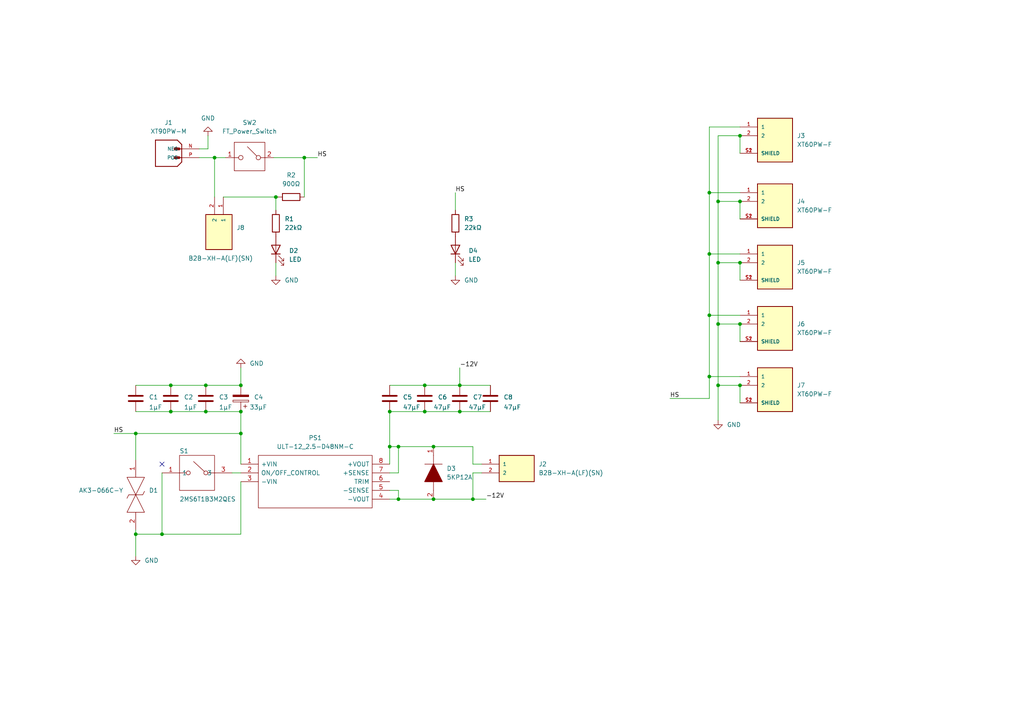
<source format=kicad_sch>
(kicad_sch (version 20211123) (generator eeschema)
  (paper "A4")
  (lib_symbols
    (symbol "AK3-066C-Y:AK3-066C-Y" (pin_names (offset 0.762))
      (property "Reference" "D" (at 12.7 8.89 0))
      (property "Value" "AK3-066C-Y" (at 12.7 6.35 0))
      (symbol "AK3-066C-Y_0_0"
        (pin passive line (at 0 0 0) (length 5.08) (name "~") (number "1"))
        (pin passive line (at 20.32 0 180) (length 5.08) (name "~") (number "2"))
      )
      (symbol "AK3-066C-Y_0_1"
        (polyline (pts (xy 9.144 2.54) (xy 10.16 2.032)) (stroke (width 0.1524)))
        (polyline (pts (xy 10.16 -2.032) (xy 10.16 2.032)) (stroke (width 0.1524)))
        (polyline (pts (xy 10.16 -2.032) (xy 11.176 -2.54)) (stroke (width 0.1524)))
        (polyline (pts (xy 10.16 0) (xy 5.08 -2.54) (xy 5.08 2.54) (xy 10.16 0)) (stroke (width 0.1524)))
        (polyline (pts (xy 10.16 0) (xy 15.24 -2.54) (xy 15.24 2.54) (xy 10.16 0)) (stroke (width 0.1524)))
      )
    )
    (symbol "B2B-XH-A_LF__SN_:B2B-XH-A(LF)(SN)" (pin_names (offset 1.016))
      (property "Reference" "J" (at -5.08 3.048 0))
      (property "Value" "B2B-XH-A(LF)(SN)" (at -5.08 -7.62 0))
      (symbol "B2B-XH-A(LF)(SN)_0_0"
        (rectangle (start -5.08 -5.08) (end 5.08 2.54) (stroke (width 0.254)) (fill (type background)))
        (pin passive line (at -10.16 0 0) (length 5.08) (name "1") (number "1"))
        (pin passive line (at -10.16 -2.54 0) (length 5.08) (name "2") (number "2"))
      )
    )
    (symbol "Device:C" (pin_numbers hide) (pin_names (offset 0.254))
      (property "Reference" "C" (at 0.635 2.54 0))
      (property "Value" "C" (at 0.635 -2.54 0))
      (symbol "C_0_1"
        (polyline (pts (xy -2.032 -0.762) (xy 2.032 -0.762)) (stroke (width 0.508)))
        (polyline (pts (xy -2.032 0.762) (xy 2.032 0.762)) (stroke (width 0.508)))
      )
      (symbol "C_1_1"
        (pin passive line (at 0 3.81 270) (length 2.794) (name "~") (number "1"))
        (pin passive line (at 0 -3.81 90) (length 2.794) (name "~") (number "2"))
      )
    )
    (symbol "Device:C_Polarized" (pin_numbers hide) (pin_names (offset 0.254))
      (property "Reference" "C" (at 0.635 2.54 0))
      (property "Value" "C_Polarized" (at 0.635 -2.54 0))
      (symbol "C_Polarized_0_1"
        (rectangle (start -2.286 0.508) (end 2.286 1.016))
        (polyline (pts (xy -1.778 2.286) (xy -0.762 2.286)))
        (polyline (pts (xy -1.27 2.794) (xy -1.27 1.778)))
        (rectangle (start 2.286 -0.508) (end -2.286 -1.016) (fill (type outline)))
      )
      (symbol "C_Polarized_1_1"
        (pin passive line (at 0 3.81 270) (length 2.794) (name "~") (number "1"))
        (pin passive line (at 0 -3.81 90) (length 2.794) (name "~") (number "2"))
      )
    )
    (symbol "Device:LED" (pin_numbers hide) (pin_names (offset 1.016) hide)
      (property "Reference" "D" (at 0 2.54 0))
      (property "Value" "LED" (at 0 -2.54 0))
      (symbol "LED_0_1"
        (polyline (pts (xy -1.27 -1.27) (xy -1.27 1.27)) (stroke (width 0.254)))
        (polyline (pts (xy -1.27 0) (xy 1.27 0)))
        (polyline (pts (xy 1.27 -1.27) (xy 1.27 1.27) (xy -1.27 0) (xy 1.27 -1.27)) (stroke (width 0.254)))
        (polyline (pts (xy -3.048 -0.762) (xy -4.572 -2.286) (xy -3.81 -2.286) (xy -4.572 -2.286) (xy -4.572 -1.524)))
        (polyline (pts (xy -1.778 -0.762) (xy -3.302 -2.286) (xy -2.54 -2.286) (xy -3.302 -2.286) (xy -3.302 -1.524)))
      )
      (symbol "LED_1_1"
        (pin passive line (at -3.81 0 0) (length 2.54) (name "K") (number "1"))
        (pin passive line (at 3.81 0 180) (length 2.54) (name "A") (number "2"))
      )
    )
    (symbol "Device:R" (pin_numbers hide) (pin_names (offset 0))
      (property "Reference" "R" (at 2.032 0 90))
      (property "Value" "R" (at 0 0 90))
      (symbol "R_0_1"
        (rectangle (start -1.016 -2.54) (end 1.016 2.54) (stroke (width 0.254)))
      )
      (symbol "R_1_1"
        (pin passive line (at 0 3.81 270) (length 1.27) (name "~") (number "1"))
        (pin passive line (at 0 -3.81 90) (length 1.27) (name "~") (number "2"))
      )
    )
    (symbol "SamacSys_Parts:5KP12A" (pin_names (offset 0.762))
      (property "Reference" "D" (at 11.43 5.08 0))
      (property "Value" "5KP12A" (at 11.43 2.54 0))
      (symbol "5KP12A_0_0"
        (pin passive line (at 0 0 0) (length 2.54) (name "~") (number "1"))
        (pin passive line (at 15.24 0 180) (length 2.54) (name "~") (number "2"))
      )
      (symbol "5KP12A_0_1"
        (polyline (pts (xy 2.54 0) (xy 5.08 0)) (stroke (width 0.1524)))
        (polyline (pts (xy 5.08 2.54) (xy 5.08 -2.54)) (stroke (width 0.1524)))
        (polyline (pts (xy 10.16 0) (xy 12.7 0)) (stroke (width 0.1524)))
        (polyline (pts (xy 5.08 0) (xy 10.16 2.54) (xy 10.16 -2.54) (xy 5.08 0)) (stroke (width 0.254)) (fill (type outline)))
      )
    )
    (symbol "SamacSys_Parts:ULT-12_2.5-D48NM-C" (pin_names (offset 0.762))
      (property "Reference" "PS" (at 39.37 7.62 0))
      (property "Value" "ULT-12_2.5-D48NM-C" (at 39.37 5.08 0))
      (symbol "ULT-12_2.5-D48NM-C_0_0"
        (pin passive line (at 0 0 0) (length 5.08) (name "+VIN") (number "1"))
        (pin passive line (at 0 -2.54 0) (length 5.08) (name "ON/OFF_CONTROL") (number "2"))
        (pin passive line (at 0 -5.08 0) (length 5.08) (name "-VIN") (number "3"))
        (pin passive line (at 43.18 -10.16 180) (length 5.08) (name "-VOUT") (number "4"))
        (pin passive line (at 43.18 -7.62 180) (length 5.08) (name "-SENSE") (number "5"))
        (pin passive line (at 43.18 -5.08 180) (length 5.08) (name "TRIM") (number "6"))
        (pin passive line (at 43.18 -2.54 180) (length 5.08) (name "+SENSE") (number "7"))
        (pin passive line (at 43.18 0 180) (length 5.08) (name "+VOUT") (number "8"))
      )
      (symbol "ULT-12_2.5-D48NM-C_0_1"
        (polyline (pts (xy 5.08 2.54) (xy 38.1 2.54) (xy 38.1 -12.7) (xy 5.08 -12.7) (xy 5.08 2.54)) (stroke (width 0.1524)))
      )
    )
    (symbol "XT60PW-F:XT60PW-F" (pin_names (offset 1.016))
      (property "Reference" "J" (at -5.08 6.35 0))
      (property "Value" "XT60PW-F" (at -5.08 -8.89 0))
      (symbol "XT60PW-F_0_0"
        (rectangle (start -5.08 -7.62) (end 5.08 5.08) (stroke (width 0.254)) (fill (type background)))
        (pin passive line (at -10.16 2.54 0) (length 5.08) (name "1") (number "1"))
        (pin passive line (at -10.16 0 0) (length 5.08) (name "2") (number "2"))
        (pin passive line (at -10.16 -5.08 0) (length 5.08) (name "SHIELD") (number "S1"))
        (pin passive line (at -10.16 -5.08 0) (length 5.08) (name "SHIELD") (number "S2"))
      )
    )
    (symbol "XT90PW-M:XT90PW-M" (pin_names (offset 1.016))
      (property "Reference" "J" (at 0 3.81 0))
      (property "Value" "XT90PW-M" (at 0 -7.62 0))
      (symbol "XT90PW-M_0_0"
        (polyline (pts (xy 0 -3.81) (xy 1.27 -5.08)) (stroke (width 0.254)))
        (polyline (pts (xy 0 -2.54) (xy 1.905 -2.54)) (stroke (width 0.254)))
        (polyline (pts (xy 0 0) (xy 0 -3.81)) (stroke (width 0.254)))
        (polyline (pts (xy 0 0) (xy 1.905 0)) (stroke (width 0.254)))
        (polyline (pts (xy 0 1.27) (xy 0 0)) (stroke (width 0.254)))
        (polyline (pts (xy 0 1.27) (xy 1.27 2.54)) (stroke (width 0.254)))
        (polyline (pts (xy 1.27 -5.08) (xy 7.62 -5.08)) (stroke (width 0.254)))
        (polyline (pts (xy 7.62 -5.08) (xy 7.62 2.54)) (stroke (width 0.254)))
        (polyline (pts (xy 7.62 2.54) (xy 1.27 2.54)) (stroke (width 0.254)))
        (rectangle (start 0.6096 -2.8448) (end 2.2098 -2.2098) (fill (type outline)))
        (rectangle (start 0.6096 -0.3048) (end 2.2098 0.3048) (fill (type outline)))
        (pin passive line (at -5.08 -2.54 0) (length 5.08) (name "NEG") (number "N"))
        (pin passive line (at -5.08 0 0) (length 5.08) (name "POS") (number "P"))
      )
    )
    (symbol "benbokser:2MS6T1B3M2QES" (pin_names (offset 0.762))
      (property "Reference" "S" (at 5.08 6.35 0))
      (property "Value" "2MS6T1B3M2QES" (at 5.0292 -6.9088 0))
      (symbol "2MS6T1B3M2QES_0_0"
        (pin passive line (at 0 0 0) (length 5.08) (name "1") (number "1"))
        (pin passive line (at 20.32 0 180) (length 5.08) (name "3") (number "3"))
      )
      (symbol "2MS6T1B3M2QES_0_1"
        (polyline (pts (xy 5.08 0) (xy 7.0104 0)))
        (polyline (pts (xy 12.2936 0.4064) (xy 9.144 3.302)))
        (polyline (pts (xy 15.24 0) (xy 13.3096 0)))
        (polyline (pts (xy 5.08 5.08) (xy 15.24 5.08) (xy 15.24 -5.08) (xy 5.08 -5.08) (xy 5.08 5.08)) (stroke (width 0.1524)))
        (circle (center 7.62 0) (radius 0.568))
        (circle (center 12.7 0) (radius 0.568))
      )
    )
    (symbol "benbokser:FT_Power_Switch"
      (property "Reference" "SW" (at -3.556 5.588 0))
      (property "Value" "FT_Power_Switch" (at 3.048 -5.08 0))
      (symbol "FT_Power_Switch_0_1"
        (rectangle (start -4.445 4.445) (end 4.445 -3.81))
        (circle (center -2.54 0) (radius 0.635))
        (polyline (pts (xy -4.445 0) (xy -3.175 0)))
        (polyline (pts (xy 2.032 0.508) (xy -0.635 3.175)))
        (polyline (pts (xy 4.445 0) (xy 3.175 0)))
        (circle (center 2.54 0) (radius 0.635))
      )
      (symbol "FT_Power_Switch_1_1"
        (pin passive line (at -6.985 0 0) (length 2.54) (name "") (number "1"))
        (pin passive line (at 6.985 0 180) (length 2.54) (name "") (number "2"))
      )
    )
    (symbol "power:GND" (power) (pin_names (offset 0))
      (property "Value" "GND" (at 0 -3.81 0))
      (symbol "GND_0_1"
        (polyline (pts (xy 0 0) (xy 0 -1.27) (xy 1.27 -1.27) (xy 0 -2.54) (xy -1.27 -1.27) (xy 0 -1.27)))
      )
      (symbol "GND_1_1"
        (pin power_in line (at 0 0 270) (length 0) hide (name "GND") (number "1"))
      )
    )
  )
  (junction (at 208.28 93.98))
  (junction (at 46.99 154.94))
  (junction (at 214.63 58.42))
  (junction (at 49.53 119.38))
  (junction (at 205.74 73.66))
  (junction (at 208.28 76.2))
  (junction (at 69.85 111.76))
  (junction (at 205.74 91.44))
  (junction (at 214.63 39.37))
  (junction (at 39.37 125.73))
  (junction (at 113.03 129.54))
  (junction (at 214.63 76.2))
  (junction (at 39.37 154.94))
  (junction (at 208.28 111.76))
  (junction (at 115.57 144.78))
  (junction (at 137.16 144.78))
  (junction (at 59.69 111.76))
  (junction (at 62.23 45.72))
  (junction (at 205.74 109.22))
  (junction (at 214.63 93.98))
  (junction (at 133.35 119.38))
  (junction (at 205.74 55.88))
  (junction (at 133.35 111.76))
  (junction (at 80.01 57.15))
  (junction (at 59.69 119.38))
  (junction (at 123.19 111.76))
  (junction (at 208.28 58.42))
  (junction (at 113.03 119.38))
  (junction (at 125.73 129.54))
  (junction (at 123.19 119.38))
  (junction (at 49.53 111.76))
  (junction (at 69.85 125.73))
  (junction (at 125.73 144.78))
  (junction (at 115.57 129.54))
  (junction (at 214.63 111.76))
  (junction (at 88.265 45.72))
  (junction (at 69.85 119.38))
  (no_connect (at 46.99 134.62))
  (wire (pts (xy 133.35 106.68) (xy 133.35 111.76)))
  (wire (pts (xy 214.63 58.42) (xy 214.63 63.5)))
  (wire (pts (xy 115.57 129.54) (xy 125.73 129.54)))
  (wire (pts (xy 69.85 106.68) (xy 69.85 111.76)))
  (wire (pts (xy 80.01 76.2) (xy 80.01 80.01)))
  (wire (pts (xy 39.37 154.94) (xy 46.99 154.94)))
  (wire (pts (xy 214.63 39.37) (xy 214.63 44.45)))
  (wire (pts (xy 49.53 111.76) (xy 59.69 111.76)))
  (wire (pts (xy 208.28 76.2) (xy 208.28 93.98)))
  (wire (pts (xy 205.74 91.44) (xy 214.63 91.44)))
  (wire (pts (xy 39.37 111.76) (xy 49.53 111.76)))
  (wire (pts (xy 137.16 137.16) (xy 139.7 137.16)))
  (wire (pts (xy 113.03 144.78) (xy 115.57 144.78)))
  (wire (pts (xy 125.73 144.78) (xy 137.16 144.78)))
  (wire (pts (xy 113.03 129.54) (xy 115.57 129.54)))
  (wire (pts (xy 69.85 119.38) (xy 69.85 125.73)))
  (wire (pts (xy 214.63 58.42) (xy 208.28 58.42)))
  (wire (pts (xy 33.02 125.73) (xy 39.37 125.73)))
  (wire (pts (xy 208.28 76.2) (xy 214.63 76.2)))
  (wire (pts (xy 123.19 119.38) (xy 133.35 119.38)))
  (wire (pts (xy 80.01 57.15) (xy 80.645 57.15)))
  (wire (pts (xy 62.23 45.72) (xy 65.405 45.72)))
  (wire (pts (xy 208.28 93.98) (xy 208.28 111.76)))
  (wire (pts (xy 205.74 109.22) (xy 205.74 115.57)))
  (wire (pts (xy 39.37 154.94) (xy 39.37 161.29)))
  (wire (pts (xy 123.19 111.76) (xy 133.35 111.76)))
  (wire (pts (xy 46.99 137.16) (xy 46.99 154.94)))
  (wire (pts (xy 133.35 111.76) (xy 142.24 111.76)))
  (wire (pts (xy 214.63 39.37) (xy 208.28 39.37)))
  (wire (pts (xy 113.03 137.16) (xy 115.57 137.16)))
  (wire (pts (xy 113.03 134.62) (xy 113.03 129.54)))
  (wire (pts (xy 214.63 36.83) (xy 205.74 36.83)))
  (wire (pts (xy 214.63 55.88) (xy 205.74 55.88)))
  (wire (pts (xy 39.37 125.73) (xy 69.85 125.73)))
  (wire (pts (xy 115.57 142.24) (xy 115.57 144.78)))
  (wire (pts (xy 46.99 154.94) (xy 69.85 154.94)))
  (wire (pts (xy 205.74 73.66) (xy 205.74 91.44)))
  (wire (pts (xy 115.57 144.78) (xy 125.73 144.78)))
  (wire (pts (xy 57.785 43.18) (xy 60.325 43.18)))
  (wire (pts (xy 60.325 43.18) (xy 60.325 39.37)))
  (wire (pts (xy 137.16 129.54) (xy 137.16 134.62)))
  (wire (pts (xy 133.35 119.38) (xy 142.24 119.38)))
  (wire (pts (xy 59.69 119.38) (xy 69.85 119.38)))
  (wire (pts (xy 205.74 109.22) (xy 214.63 109.22)))
  (wire (pts (xy 62.23 45.72) (xy 62.23 57.15)))
  (wire (pts (xy 214.63 111.76) (xy 214.63 116.84)))
  (wire (pts (xy 208.28 111.76) (xy 214.63 111.76)))
  (wire (pts (xy 137.16 137.16) (xy 137.16 144.78)))
  (wire (pts (xy 49.53 119.38) (xy 59.69 119.38)))
  (wire (pts (xy 113.03 119.38) (xy 113.03 129.54)))
  (wire (pts (xy 64.77 57.15) (xy 80.01 57.15)))
  (wire (pts (xy 113.03 111.76) (xy 123.19 111.76)))
  (wire (pts (xy 137.16 134.62) (xy 139.7 134.62)))
  (wire (pts (xy 80.01 57.15) (xy 80.01 60.96)))
  (wire (pts (xy 208.28 111.76) (xy 208.28 121.92)))
  (wire (pts (xy 208.28 58.42) (xy 208.28 76.2)))
  (wire (pts (xy 132.08 55.88) (xy 132.08 60.96)))
  (wire (pts (xy 214.63 93.98) (xy 214.63 99.06)))
  (wire (pts (xy 69.85 139.7) (xy 69.85 154.94)))
  (wire (pts (xy 39.37 125.73) (xy 39.37 133.35)))
  (wire (pts (xy 214.63 76.2) (xy 214.63 81.28)))
  (wire (pts (xy 113.03 119.38) (xy 123.19 119.38)))
  (wire (pts (xy 79.375 45.72) (xy 88.265 45.72)))
  (wire (pts (xy 113.03 142.24) (xy 115.57 142.24)))
  (wire (pts (xy 115.57 129.54) (xy 115.57 137.16)))
  (wire (pts (xy 208.28 39.37) (xy 208.28 58.42)))
  (wire (pts (xy 88.265 45.72) (xy 88.265 57.15)))
  (wire (pts (xy 125.73 129.54) (xy 137.16 129.54)))
  (wire (pts (xy 205.74 91.44) (xy 205.74 109.22)))
  (wire (pts (xy 208.28 93.98) (xy 214.63 93.98)))
  (wire (pts (xy 57.785 45.72) (xy 62.23 45.72)))
  (wire (pts (xy 39.37 153.67) (xy 39.37 154.94)))
  (wire (pts (xy 59.69 111.76) (xy 69.85 111.76)))
  (wire (pts (xy 69.85 125.73) (xy 69.85 134.62)))
  (wire (pts (xy 132.08 76.2) (xy 132.08 80.01)))
  (wire (pts (xy 205.74 55.88) (xy 205.74 73.66)))
  (wire (pts (xy 205.74 36.83) (xy 205.74 55.88)))
  (wire (pts (xy 39.37 119.38) (xy 49.53 119.38)))
  (wire (pts (xy 194.31 115.57) (xy 205.74 115.57)))
  (wire (pts (xy 88.265 45.72) (xy 92.075 45.72)))
  (wire (pts (xy 205.74 73.66) (xy 214.63 73.66)))
  (wire (pts (xy 67.31 137.16) (xy 69.85 137.16)))
  (wire (pts (xy 137.16 144.78) (xy 140.97 144.78)))
  (label "HS" (at 132.08 55.88 0))
  (label "HS" (at 33.02 125.73 0))
  (label "-12V" (at 133.35 106.68 0))
  (label "-12V" (at 140.97 144.78 0))
  (label "HS" (at 194.31 115.57 0))
  (label "HS" (at 92.075 45.72 0))
  (symbol (lib_id "power:GND") (at 39.37 161.29 0) (unit 1)
    (property "Reference" "#PWR01" (effects hide))
    (property "Value" "GND" (at 41.91 162.5599 0) (effects (justify left)))
  )
  (symbol (lib_id "benbokser:FT_Power_Switch") (at 72.39 45.72 0) (unit 1)
    (property "Reference" "SW2" (at 72.39 35.56 0))
    (property "Value" "FT_Power_Switch" (at 72.39 38.1 0))
    (property "Footprint" "benbokser:FT Power Switch" (effects hide))
  )
  (symbol (lib_id "Device:C_Polarized") (at 69.85 115.57 180) (unit 1)
    (property "Reference" "C4" (at 73.66 115.1889 0) (effects (justify right)))
    (property "Value" "33μF" (at 72.39 118.11 0) (effects (justify right)))
    (property "Footprint" "Capacitor_SMD:CP_Elec_8x10" (effects hide))
  )
  (symbol (lib_id "Device:C") (at 123.19 115.57 180) (unit 1)
    (property "Reference" "C6" (at 127 115.1889 0) (effects (justify right)))
    (property "Value" "47μF" (at 125.73 118.11 0) (effects (justify right)))
    (property "Footprint" "Capacitor_SMD:C_2220_5650Metric" (effects hide))
  )
  (symbol (lib_id "Device:C") (at 142.24 115.57 180) (unit 1)
    (property "Reference" "C8" (at 146.05 115.1889 0) (effects (justify right)))
    (property "Value" "47μF" (at 146.05 118.11 0) (effects (justify right)))
    (property "Footprint" "Capacitor_SMD:C_2220_5650Metric" (effects hide))
  )
  (symbol (lib_id "XT60PW-F:XT60PW-F") (at 224.79 58.42 0) (unit 1)
    (property "Reference" "J4" (at 231.14 58.4199 0) (effects (justify left)))
    (property "Value" "XT60PW-F" (at 231.14 60.9599 0) (effects (justify left)))
    (property "Footprint" "XT60PW-F:AMASS_XT60PW-F" (effects hide))
    (property "STANDARD" "Manufacturer Recommendations" (effects hide))
    (property "MANUFACTURER" "AMASS" (effects hide))
    (property "PARTREV" "V1.2" (effects hide))
    (property "MAXIMUM_PACKAGE_HEIGHT" "8.4 mm" (effects hide))
  )
  (symbol (lib_id "Device:LED") (at 132.08 72.39 90) (unit 1)
    (property "Reference" "D4" (at 135.89 72.7074 90) (effects (justify right)))
    (property "Value" "LED" (at 135.89 75.2474 90) (effects (justify right)))
    (property "Footprint" "LED_SMD:LED_0603_1608Metric" (effects hide))
  )
  (symbol (lib_id "XT60PW-F:XT60PW-F") (at 224.79 76.2 0) (unit 1)
    (property "Reference" "J5" (at 231.14 76.1999 0) (effects (justify left)))
    (property "Value" "XT60PW-F" (at 231.14 78.7399 0) (effects (justify left)))
    (property "Footprint" "XT60PW-F:AMASS_XT60PW-F" (effects hide))
    (property "STANDARD" "Manufacturer Recommendations" (effects hide))
    (property "MANUFACTURER" "AMASS" (effects hide))
    (property "PARTREV" "V1.2" (effects hide))
    (property "MAXIMUM_PACKAGE_HEIGHT" "8.4 mm" (effects hide))
  )
  (symbol (lib_id "power:GND") (at 132.08 80.01 0) (unit 1)
    (property "Reference" "#PWR05" (effects hide))
    (property "Value" "GND" (at 134.62 81.2799 0) (effects (justify left)))
  )
  (symbol (lib_id "SamacSys_Parts:5KP12A") (at 125.73 129.54 270) (unit 1)
    (property "Reference" "D3" (at 129.54 135.8899 90) (effects (justify left)))
    (property "Value" "5KP12A" (at 129.54 138.4299 90) (effects (justify left)))
    (property "Footprint" "SamacSys_Parts:DIOAD4425W136L885D885" (effects hide))
    (property "Datasheet" "https://componentsearchengine.com/Datasheets/1/5KP12A.pdf" (effects hide))
    (property "Description" "Diode TVS Single Uni-Dir 12V 5KW 2-Pin Case P-600 T/R" (effects hide))
    (property "Mouser Part Number" "576-5KP12A" (effects hide))
    (property "Mouser Price/Stock" "https://www.mouser.com/Search/Refine.aspx?Keyword=576-5KP12A" (effects hide))
    (property "Manufacturer_Name" "LITTELFUSE" (effects hide))
    (property "Manufacturer_Part_Number" "5KP12A" (effects hide))
  )
  (symbol (lib_id "Device:C") (at 133.35 115.57 180) (unit 1)
    (property "Reference" "C7" (at 137.16 115.1889 0) (effects (justify right)))
    (property "Value" "47μF" (at 135.89 118.11 0) (effects (justify right)))
    (property "Footprint" "Capacitor_SMD:C_2220_5650Metric" (effects hide))
  )
  (symbol (lib_id "Device:R") (at 80.01 64.77 180) (unit 1)
    (property "Reference" "R1" (at 82.55 63.4999 0) (effects (justify right)))
    (property "Value" "22kΩ" (at 82.55 66.0399 0) (effects (justify right)))
    (property "Footprint" "Resistor_SMD:R_0603_1608Metric_Pad0.98x0.95mm_HandSolder" (effects hide))
  )
  (symbol (lib_id "Device:C") (at 49.53 115.57 180) (unit 1)
    (property "Reference" "C2" (at 53.34 115.1889 0) (effects (justify right)))
    (property "Value" "1μF" (at 53.34 118.11 0) (effects (justify right)))
    (property "Footprint" "Capacitor_SMD:C_1206_3216Metric" (effects hide))
  )
  (symbol (lib_id "power:GND") (at 208.28 121.92 0) (unit 1)
    (property "Reference" "#PWR06" (effects hide))
    (property "Value" "GND" (at 210.82 123.1899 0) (effects (justify left)))
  )
  (symbol (lib_id "Device:LED") (at 80.01 72.39 90) (unit 1)
    (property "Reference" "D2" (at 83.82 72.7074 90) (effects (justify right)))
    (property "Value" "LED" (at 83.82 75.2474 90) (effects (justify right)))
    (property "Footprint" "LED_SMD:LED_0603_1608Metric" (effects hide))
  )
  (symbol (lib_id "benbokser:2MS6T1B3M2QES") (at 46.99 137.16 0) (unit 1)
    (property "Reference" "S1" (at 52.07 130.81 0) (effects (justify left)))
    (property "Value" "2MS6T1B3M2QES" (at 52.07 144.78 0) (effects (justify left)))
    (property "Footprint" "2MS6T1B3M2QES" (effects hide))
    (property "Datasheet" "https://www.mouser.de/datasheet/2/979/Dailywell_01132020_2M_Series-1708785.pdf" (effects hide))
    (property "Description" "Toggle Switches SPST OFF-ON" (effects hide))
    (property "Height" "23.63" (effects hide))
    (property "Mouser Part Number" "118-2MS6T1B3M2QES" (effects hide))
    (property "Mouser Price/Stock" "https://www.mouser.co.uk/ProductDetail/Dailywell/2MS6T1B3M2QES?qs=B6kkDfuK7%2FCLnLIcqzvQEQ%3D%3D" (effects hide))
    (property "Manufacturer_Name" "Dailywell" (effects hide))
    (property "Manufacturer_Part_Number" "2MS6T1B3M2QES" (effects hide))
  )
  (symbol (lib_id "XT60PW-F:XT60PW-F") (at 224.79 111.76 0) (unit 1)
    (property "Reference" "J7" (at 231.14 111.7599 0) (effects (justify left)))
    (property "Value" "XT60PW-F" (at 231.14 114.2999 0) (effects (justify left)))
    (property "Footprint" "XT60PW-F:AMASS_XT60PW-F" (effects hide))
    (property "STANDARD" "Manufacturer Recommendations" (effects hide))
    (property "MANUFACTURER" "AMASS" (effects hide))
    (property "PARTREV" "V1.2" (effects hide))
    (property "MAXIMUM_PACKAGE_HEIGHT" "8.4 mm" (effects hide))
  )
  (symbol (lib_id "Device:C") (at 59.69 115.57 180) (unit 1)
    (property "Reference" "C3" (at 63.5 115.1889 0) (effects (justify right)))
    (property "Value" "1μF" (at 63.5 118.11 0) (effects (justify right)))
    (property "Footprint" "Capacitor_SMD:C_1206_3216Metric" (effects hide))
  )
  (symbol (lib_id "XT60PW-F:XT60PW-F") (at 224.79 39.37 0) (unit 1)
    (property "Reference" "J3" (at 231.14 39.3699 0) (effects (justify left)))
    (property "Value" "XT60PW-F" (at 231.14 41.9099 0) (effects (justify left)))
    (property "Footprint" "XT60PW-F:AMASS_XT60PW-F" (effects hide))
    (property "STANDARD" "Manufacturer Recommendations" (effects hide))
    (property "MANUFACTURER" "AMASS" (effects hide))
    (property "PARTREV" "V1.2" (effects hide))
    (property "MAXIMUM_PACKAGE_HEIGHT" "8.4 mm" (effects hide))
  )
  (symbol (lib_id "B2B-XH-A_LF__SN_:B2B-XH-A(LF)(SN)") (at 149.86 134.62 0) (unit 1)
    (property "Reference" "J2" (at 156.21 134.6199 0) (effects (justify left)))
    (property "Value" "B2B-XH-A(LF)(SN)" (at 156.21 137.1599 0) (effects (justify left)))
    (property "Footprint" "B2B-XH-A_LF__SN_:JST_B2B-XH-A(LF)(SN)" (effects hide))
    (property "PRICE" "None" (effects hide))
    (property "MF" "JST Sales" (effects hide))
    (property "DESCRIPTION" "Connector Header Through Hole 2 position 0.098 (2.50mm)" (effects hide))
    (property "AVAILABILITY" "In Stock" (effects hide))
    (property "MP" "B2B-XH-A(LF)(SN)" (effects hide))
    (property "PACKAGE" "None" (effects hide))
  )
  (symbol (lib_id "AK3-066C-Y:AK3-066C-Y") (at 39.37 133.35 270) (unit 1)
    (property "Reference" "D1" (at 43.18 142.2399 90) (effects (justify left)))
    (property "Value" "AK3-066C-Y" (at 22.86 142.24 90) (effects (justify left)))
    (property "Footprint" "SamacSys_Parts:AK3066CY" (effects hide))
    (property "Datasheet" "https://www.littelfuse.com/media?resourcetype=datasheets&itemid=f252babd-5194-411c-b70e-68494b7d6ef4&filename=littelfuse-tvs-diode-ak3-y-datasheet" (effects hide))
    (property "Description" "ESD Suppressors / TVS Diodes TVS DIODE AXIAL" (effects hide))
    (property "Height" "11" (effects hide))
    (property "Mouser Part Number" "576-AK3-066C-Y" (effects hide))
    (property "Mouser Price/Stock" "https://www.mouser.co.uk/ProductDetail/Littelfuse/AK3-066C-Y?qs=P1JMDcb91o7SsHSLqUW48g%3D%3D" (effects hide))
    (property "Manufacturer_Name" "LITTELFUSE" (effects hide))
    (property "Manufacturer_Part_Number" "AK3-066C-Y" (effects hide))
  )
  (symbol (lib_id "Device:R") (at 84.455 57.15 90) (unit 1)
    (property "Reference" "R2" (at 84.455 50.8 90))
    (property "Value" "900Ω" (at 84.455 53.34 90))
    (property "Footprint" "benbokser:CW005900R0JB12" (effects hide))
  )
  (symbol (lib_id "XT60PW-F:XT60PW-F") (at 224.79 93.98 0) (unit 1)
    (property "Reference" "J6" (at 231.14 93.9799 0) (effects (justify left)))
    (property "Value" "XT60PW-F" (at 231.14 96.5199 0) (effects (justify left)))
    (property "Footprint" "XT60PW-F:AMASS_XT60PW-F" (effects hide))
    (property "STANDARD" "Manufacturer Recommendations" (effects hide))
    (property "MANUFACTURER" "AMASS" (effects hide))
    (property "PARTREV" "V1.2" (effects hide))
    (property "MAXIMUM_PACKAGE_HEIGHT" "8.4 mm" (effects hide))
  )
  (symbol (lib_id "power:GND") (at 69.85 106.68 180) (unit 1)
    (property "Reference" "#PWR04" (effects hide))
    (property "Value" "GND" (at 72.39 105.4099 0) (effects (justify right)))
  )
  (symbol (lib_id "SamacSys_Parts:ULT-12_2.5-D48NM-C") (at 69.85 134.62 0) (unit 1)
    (property "Reference" "PS1" (at 91.44 127 0))
    (property "Value" "ULT-12_2.5-D48NM-C" (at 91.44 129.54 0))
    (property "Footprint" "SamacSys_Parts:ULT1225D48NMC" (effects hide))
    (property "Datasheet" "https://power.murata.com/data/power/ult.pdf" (effects hide))
    (property "Description" "Isolated DC/DC Converters 30W 48VIN 12VOUT 2.5A DC/DC" (effects hide))
    (property "Height" "9.398" (effects hide))
    (property "Mouser Part Number" "580-ULT-12/2.5D48NMC" (effects hide))
    (property "Mouser Price/Stock" "https://www.mouser.co.uk/ProductDetail/Murata-Power-Solutions/ULT-12-25-D48NM-C?qs=pygdPweA0RfIXL%2FkWB89cA%3D%3D" (effects hide))
    (property "Manufacturer_Name" "Murata Electronics" (effects hide))
    (property "Manufacturer_Part_Number" "ULT-12/2.5-D48NM-C" (effects hide))
  )
  (symbol (lib_id "power:GND") (at 80.01 80.01 0) (unit 1)
    (property "Reference" "#PWR03" (effects hide))
    (property "Value" "GND" (at 82.55 81.2799 0) (effects (justify left)))
  )
  (symbol (lib_id "Device:R") (at 132.08 64.77 180) (unit 1)
    (property "Reference" "R3" (at 134.62 63.4999 0) (effects (justify right)))
    (property "Value" "22kΩ" (at 134.62 66.0399 0) (effects (justify right)))
    (property "Footprint" "Resistor_SMD:R_0603_1608Metric_Pad0.98x0.95mm_HandSolder" (effects hide))
  )
  (symbol (lib_id "power:GND") (at 60.325 39.37 180) (unit 1)
    (property "Reference" "#PWR02" (effects hide))
    (property "Value" "GND" (at 60.325 34.29 0))
  )
  (symbol (lib_id "Device:C") (at 39.37 115.57 180) (unit 1)
    (property "Reference" "C1" (at 43.18 115.1889 0) (effects (justify right)))
    (property "Value" "1μF" (at 43.18 118.11 0) (effects (justify right)))
    (property "Footprint" "Capacitor_SMD:C_1206_3216Metric" (effects hide))
  )
  (symbol (lib_id "Device:C") (at 113.03 115.57 180) (unit 1)
    (property "Reference" "C5" (at 116.84 115.1889 0) (effects (justify right)))
    (property "Value" "47μF" (at 116.84 118.11 0) (effects (justify right)))
    (property "Footprint" "Capacitor_SMD:C_2220_5650Metric" (effects hide))
  )
  (symbol (lib_id "B2B-XH-A_LF__SN_:B2B-XH-A(LF)(SN)") (at 64.77 67.31 270) (unit 1)
    (property "Reference" "J8" (at 68.58 66.0399 90) (effects (justify left)))
    (property "Value" "B2B-XH-A(LF)(SN)" (at 54.61 74.93 90) (effects (justify left)))
    (property "Footprint" "B2B-XH-A_LF__SN_:JST_B2B-XH-A(LF)(SN)" (effects hide))
    (property "PRICE" "None" (effects hide))
    (property "MF" "JST Sales" (effects hide))
    (property "DESCRIPTION" "Connector Header Through Hole 2 position 0.098 (2.50mm)" (effects hide))
    (property "AVAILABILITY" "In Stock" (effects hide))
    (property "MP" "B2B-XH-A(LF)(SN)" (effects hide))
    (property "PACKAGE" "None" (effects hide))
  )
  (symbol (lib_id "XT90PW-M:XT90PW-M") (at 52.705 45.72 180) (unit 1)
    (property "Reference" "J1" (at 48.895 35.56 0))
    (property "Value" "XT90PW-M" (at 48.895 38.1 0))
    (property "Footprint" "XT90PW-M:AMASS_XT90PW-M" (effects hide))
    (property "MANUFACTURER" "AMASS" (effects hide))
    (property "PARTREV" "V00" (effects hide))
    (property "MAXIMUM_PACKAGE_HIEGHT" "10.3mm" (effects hide))
    (property "STANDARD" "Manufacturer Recommendations" (effects hide))
  )
)
</source>
